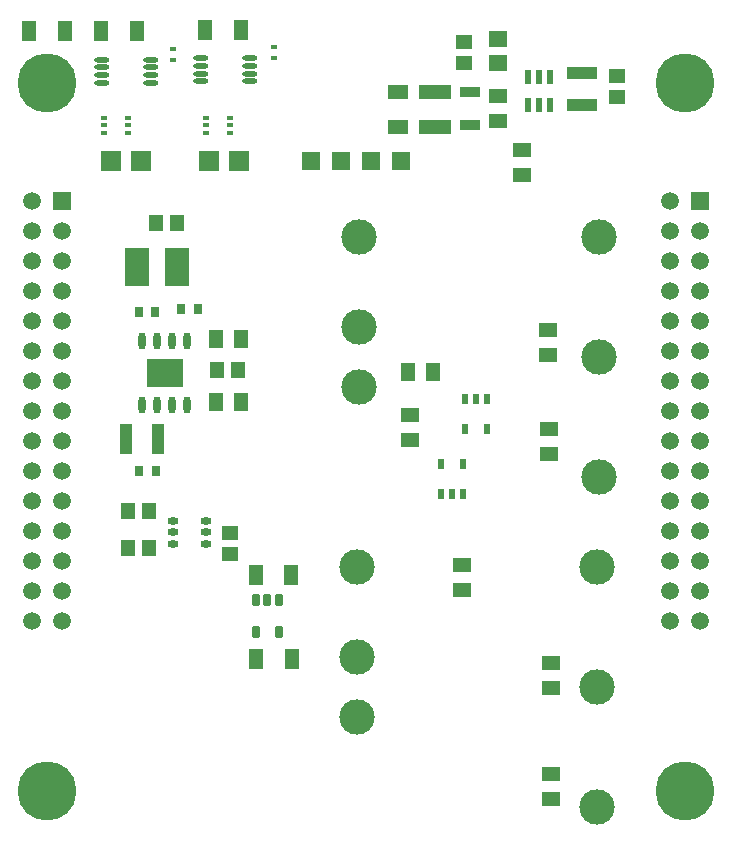
<source format=gbr>
G04 Layer_Color=255*
%FSLAX26Y26*%
%MOIN*%
%TF.FileFunction,Pads,Bot*%
%TF.Part,Single*%
G01*
G75*
%TA.AperFunction,ComponentPad*%
%ADD13C,0.059055*%
%ADD14R,0.059055X0.059055*%
%ADD15C,0.118110*%
%ADD16R,0.070866X0.070866*%
%ADD17R,0.060000X0.060000*%
%TA.AperFunction,ViaPad*%
%ADD18C,0.196850*%
%TA.AperFunction,SMDPad,CuDef*%
%ADD31R,0.059055X0.049213*%
%ADD32O,0.023622X0.057087*%
%ADD33R,0.122047X0.094488*%
%ADD34R,0.023622X0.015748*%
%ADD35R,0.102362X0.043307*%
%ADD36R,0.057087X0.045276*%
%ADD37R,0.061024X0.053150*%
%ADD38R,0.021654X0.017716*%
%ADD39R,0.021654X0.051181*%
%ADD40R,0.045276X0.057087*%
%ADD41R,0.045276X0.070866*%
G04:AMPARAMS|DCode=42|XSize=23.622mil|YSize=39.37mil|CornerRadius=2.008mil|HoleSize=0mil|Usage=FLASHONLY|Rotation=180.000|XOffset=0mil|YOffset=0mil|HoleType=Round|Shape=RoundedRectangle|*
%AMROUNDEDRECTD42*
21,1,0.023622,0.035354,0,0,180.0*
21,1,0.019606,0.039370,0,0,180.0*
1,1,0.004016,-0.009803,0.017677*
1,1,0.004016,0.009803,0.017677*
1,1,0.004016,0.009803,-0.017677*
1,1,0.004016,-0.009803,-0.017677*
%
%ADD42ROUNDEDRECTD42*%
%ADD43O,0.051181X0.017716*%
%ADD44R,0.066929X0.037402*%
%ADD45R,0.106299X0.045276*%
%ADD46R,0.070866X0.045276*%
%ADD47O,0.037402X0.023622*%
%ADD48R,0.031496X0.035433*%
%ADD49R,0.043307X0.102362*%
%ADD50R,0.078740X0.125984*%
%ADD51R,0.049213X0.059055*%
G04:AMPARAMS|DCode=52|XSize=21.654mil|YSize=31.496mil|CornerRadius=1.949mil|HoleSize=0mil|Usage=FLASHONLY|Rotation=0.000|XOffset=0mil|YOffset=0mil|HoleType=Round|Shape=RoundedRectangle|*
%AMROUNDEDRECTD52*
21,1,0.021654,0.027599,0,0,0.0*
21,1,0.017756,0.031496,0,0,0.0*
1,1,0.003898,0.008878,-0.013799*
1,1,0.003898,-0.008878,-0.013799*
1,1,0.003898,-0.008878,0.013799*
1,1,0.003898,0.008878,0.013799*
%
%ADD52ROUNDEDRECTD52*%
D13*
X2075984Y568504D02*
D03*
X2175984D02*
D03*
X2075984Y668504D02*
D03*
X2175984D02*
D03*
X2075984Y768504D02*
D03*
X2175984D02*
D03*
X2075984Y868504D02*
D03*
X2175984D02*
D03*
X2075984Y968504D02*
D03*
X2175984D02*
D03*
X2075984Y1068504D02*
D03*
X2175984D02*
D03*
X2075984Y1168504D02*
D03*
X2175984D02*
D03*
X2075984Y1268504D02*
D03*
X2175984D02*
D03*
X2075984Y1368504D02*
D03*
X2175984D02*
D03*
X2075984Y1468504D02*
D03*
X2175984D02*
D03*
X2075984Y1568504D02*
D03*
X2175984D02*
D03*
X2075984Y1668504D02*
D03*
X2175984D02*
D03*
X2075984Y1768504D02*
D03*
X2175984D02*
D03*
X2075984Y1868504D02*
D03*
X2175984D02*
D03*
X2075984Y1968504D02*
D03*
X-50000Y568504D02*
D03*
X50000D02*
D03*
X-50000Y668504D02*
D03*
X50000D02*
D03*
X-50000Y768504D02*
D03*
X50000D02*
D03*
X-50000Y868504D02*
D03*
X50000D02*
D03*
X-50000Y968504D02*
D03*
X50000D02*
D03*
X-50000Y1068504D02*
D03*
X50000D02*
D03*
X-50000Y1168504D02*
D03*
X50000D02*
D03*
X-50000Y1268504D02*
D03*
X50000D02*
D03*
X-50000Y1368504D02*
D03*
X50000D02*
D03*
X-50000Y1468504D02*
D03*
X50000D02*
D03*
X-50000Y1568504D02*
D03*
X50000D02*
D03*
X-50000Y1668504D02*
D03*
X50000D02*
D03*
X-50000Y1768504D02*
D03*
X50000D02*
D03*
X-50000Y1868504D02*
D03*
X50000D02*
D03*
X-50000Y1968504D02*
D03*
D14*
X2175984D02*
D03*
X50000D02*
D03*
D15*
X1840000Y1447000D02*
D03*
X1040000Y1847000D02*
D03*
Y1547000D02*
D03*
Y1347000D02*
D03*
X1840000Y1847000D02*
D03*
Y1047000D02*
D03*
X1835000Y-53000D02*
D03*
Y747000D02*
D03*
X1035000Y247000D02*
D03*
Y447000D02*
D03*
Y747000D02*
D03*
X1835000Y347000D02*
D03*
D16*
X538976Y2100000D02*
D03*
X638976D02*
D03*
X313976D02*
D03*
X213976D02*
D03*
D17*
X1178976Y2100000D02*
D03*
X1078976D02*
D03*
X978976D02*
D03*
X878976D02*
D03*
D18*
X2125985Y2362204D02*
D03*
X0D02*
D03*
X2125984Y0D02*
D03*
X0D02*
D03*
D31*
X1385000Y753338D02*
D03*
Y670662D02*
D03*
X1505000Y2235662D02*
D03*
Y2318338D02*
D03*
X1585000Y2055662D02*
D03*
Y2138338D02*
D03*
X1675000Y1208338D02*
D03*
Y1125662D02*
D03*
X1670000Y1538338D02*
D03*
Y1455662D02*
D03*
X1680000Y56338D02*
D03*
Y-26338D02*
D03*
X1680000Y428338D02*
D03*
Y345662D02*
D03*
X1210000Y1253338D02*
D03*
Y1170662D02*
D03*
D32*
X318308Y1500630D02*
D03*
X368308D02*
D03*
X418308D02*
D03*
X468308D02*
D03*
X318308Y1286062D02*
D03*
X368308D02*
D03*
X418308D02*
D03*
X468308D02*
D03*
D33*
X393308Y1393346D02*
D03*
D34*
X528662Y2245590D02*
D03*
Y2220000D02*
D03*
Y2194410D02*
D03*
X611338D02*
D03*
Y2220000D02*
D03*
Y2245590D02*
D03*
X188662D02*
D03*
Y2220000D02*
D03*
Y2194410D02*
D03*
X271338D02*
D03*
Y2220000D02*
D03*
Y2245590D02*
D03*
D35*
X1785000Y2286850D02*
D03*
Y2393150D02*
D03*
D36*
X1900000Y2314566D02*
D03*
Y2385432D02*
D03*
X1390000Y2497432D02*
D03*
Y2426566D02*
D03*
X610944Y860708D02*
D03*
Y789842D02*
D03*
D37*
X1505000Y2506370D02*
D03*
Y2427630D02*
D03*
D38*
X757000Y2444284D02*
D03*
Y2479716D02*
D03*
X420000Y2437284D02*
D03*
Y2472716D02*
D03*
D39*
X1677402Y2382244D02*
D03*
X1640000D02*
D03*
X1602598D02*
D03*
Y2287756D02*
D03*
X1640000D02*
D03*
X1677402D02*
D03*
D40*
X341417Y810002D02*
D03*
X270551D02*
D03*
X341417Y935000D02*
D03*
X270551D02*
D03*
X567442Y1403346D02*
D03*
X638308D02*
D03*
X362874Y1895630D02*
D03*
X433740D02*
D03*
D41*
X697946Y440000D02*
D03*
X816056D02*
D03*
X696946Y722000D02*
D03*
X815056D02*
D03*
X299056Y2533500D02*
D03*
X180946D02*
D03*
X-59054Y2533000D02*
D03*
X59056D02*
D03*
X646496Y2536840D02*
D03*
X528386D02*
D03*
D42*
X697598Y529866D02*
D03*
X772402D02*
D03*
Y638134D02*
D03*
X735000D02*
D03*
X697598D02*
D03*
D43*
X512324Y2366614D02*
D03*
Y2392204D02*
D03*
Y2417796D02*
D03*
Y2443386D02*
D03*
X677678Y2366614D02*
D03*
Y2392204D02*
D03*
Y2417796D02*
D03*
Y2443386D02*
D03*
X182324Y2361614D02*
D03*
Y2387204D02*
D03*
Y2412796D02*
D03*
Y2438386D02*
D03*
X347678Y2361614D02*
D03*
Y2387204D02*
D03*
Y2412796D02*
D03*
Y2438386D02*
D03*
D44*
X1410000Y2221882D02*
D03*
Y2332118D02*
D03*
D45*
X1295000Y2331054D02*
D03*
Y2212944D02*
D03*
D46*
X1170000D02*
D03*
Y2331054D02*
D03*
D47*
X420242Y825740D02*
D03*
Y863140D02*
D03*
Y900542D02*
D03*
X528510Y825740D02*
D03*
Y863140D02*
D03*
Y900542D02*
D03*
D48*
X305316Y1598346D02*
D03*
X360434D02*
D03*
X363544Y1068504D02*
D03*
X308426D02*
D03*
X447442Y1607000D02*
D03*
X502560D02*
D03*
D49*
X262834Y1174999D02*
D03*
X369134D02*
D03*
D50*
X434804Y1748346D02*
D03*
X300946D02*
D03*
D51*
X563662Y1297000D02*
D03*
X646338D02*
D03*
Y1507000D02*
D03*
X563662D02*
D03*
X1286338Y1397000D02*
D03*
X1203662D02*
D03*
D52*
X1387402Y1092196D02*
D03*
X1312598D02*
D03*
Y991802D02*
D03*
X1350000D02*
D03*
X1387402D02*
D03*
X1392598Y1206804D02*
D03*
X1467402D02*
D03*
Y1307196D02*
D03*
X1430000D02*
D03*
X1392598D02*
D03*
%TF.MD5,4f19b50165e17bf57c5797999d2c1ece*%
M02*

</source>
